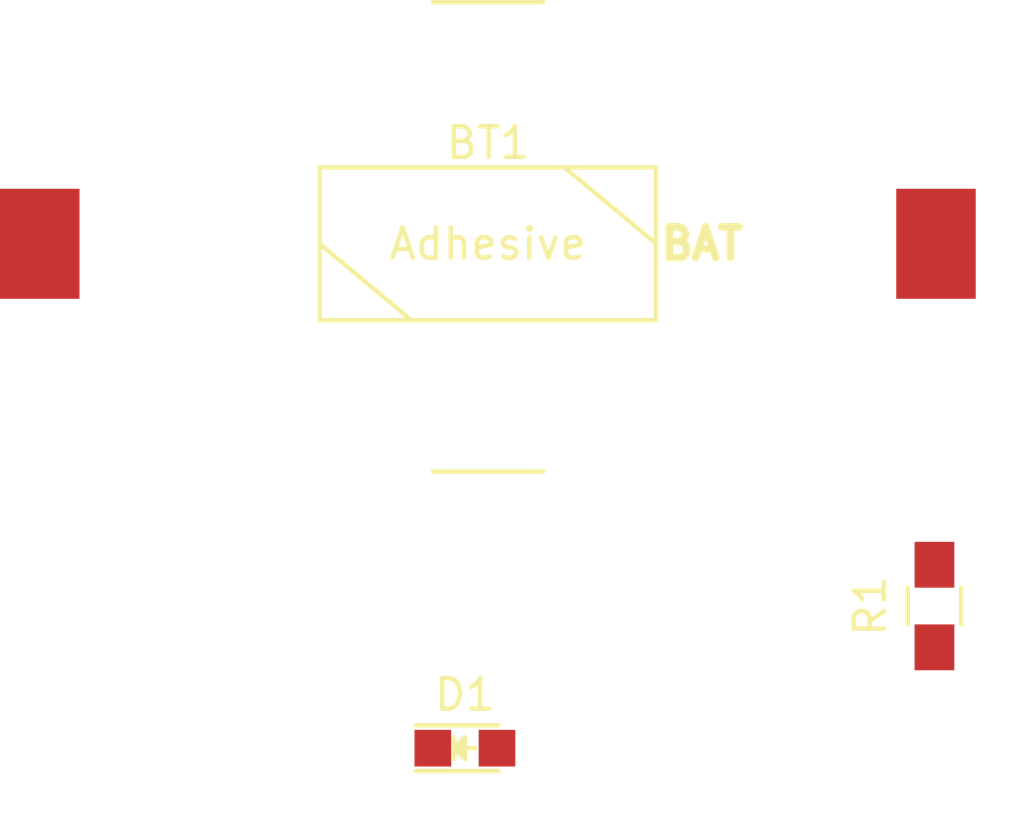
<source format=kicad_pcb>
(kicad_pcb (version 4) (host pcbnew 4.0.0-2.201511301920+6191~38~ubuntu14.04.1-stable)

  (general
    (links 3)
    (no_connects 3)
    (area 0 0 0 0)
    (thickness 1.6)
    (drawings 0)
    (tracks 0)
    (zones 0)
    (modules 3)
    (nets 4)
  )

  (page A4)
  (layers
    (0 F.Cu signal)
    (31 B.Cu signal)
    (32 B.Adhes user)
    (33 F.Adhes user)
    (34 B.Paste user)
    (35 F.Paste user)
    (36 B.SilkS user)
    (37 F.SilkS user)
    (38 B.Mask user)
    (39 F.Mask user)
    (40 Dwgs.User user)
    (41 Cmts.User user)
    (42 Eco1.User user)
    (43 Eco2.User user)
    (44 Edge.Cuts user)
    (45 Margin user)
    (46 B.CrtYd user)
    (47 F.CrtYd user)
    (48 B.Fab user)
    (49 F.Fab user)
  )

  (setup
    (last_trace_width 0.25)
    (trace_clearance 0.2)
    (zone_clearance 0.508)
    (zone_45_only no)
    (trace_min 0.2)
    (segment_width 0.2)
    (edge_width 0.15)
    (via_size 0.6)
    (via_drill 0.4)
    (via_min_size 0.4)
    (via_min_drill 0.3)
    (uvia_size 0.3)
    (uvia_drill 0.1)
    (uvias_allowed no)
    (uvia_min_size 0.2)
    (uvia_min_drill 0.1)
    (pcb_text_width 0.3)
    (pcb_text_size 1.5 1.5)
    (mod_edge_width 0.15)
    (mod_text_size 1 1)
    (mod_text_width 0.15)
    (pad_size 1.524 1.524)
    (pad_drill 0.762)
    (pad_to_mask_clearance 0.2)
    (aux_axis_origin 0 0)
    (visible_elements FFFFFF7F)
    (pcbplotparams
      (layerselection 0x00030_80000001)
      (usegerberextensions false)
      (excludeedgelayer true)
      (linewidth 0.100000)
      (plotframeref false)
      (viasonmask false)
      (mode 1)
      (useauxorigin false)
      (hpglpennumber 1)
      (hpglpenspeed 20)
      (hpglpendiameter 15)
      (hpglpenoverlay 2)
      (psnegative false)
      (psa4output false)
      (plotreference true)
      (plotvalue true)
      (plotinvisibletext false)
      (padsonsilk false)
      (subtractmaskfromsilk false)
      (outputformat 1)
      (mirror false)
      (drillshape 1)
      (scaleselection 1)
      (outputdirectory ""))
  )

  (net 0 "")
  (net 1 "Net-(BT1-Pad1)")
  (net 2 "Net-(BT1-Pad2)")
  (net 3 "Net-(D1-Pad2)")

  (net_class Default "This is the default net class."
    (clearance 0.2)
    (trace_width 0.25)
    (via_dia 0.6)
    (via_drill 0.4)
    (uvia_dia 0.3)
    (uvia_drill 0.1)
    (add_net "Net-(BT1-Pad1)")
    (add_net "Net-(BT1-Pad2)")
    (add_net "Net-(D1-Pad2)")
  )

  (module xxx:CR2032-white-smd (layer F.Cu) (tedit 566FEBDB) (tstamp 57B6861A)
    (at 136.7 91.7)
    (path /57B68364)
    (fp_text reference BT1 (at 0 -3.3) (layer F.SilkS)
      (effects (font (size 1 1) (thickness 0.15)))
    )
    (fp_text value Battery (at 0 3.35) (layer F.Fab)
      (effects (font (size 1 1) (thickness 0.15)))
    )
    (fp_line (start -1.8 7.45) (end 1.8 7.45) (layer F.SilkS) (width 0.15))
    (fp_line (start -1.8 -7.9) (end 1.8 -7.9) (layer F.SilkS) (width 0.15))
    (fp_text user BAT (at 7 0) (layer F.SilkS)
      (effects (font (size 1 1) (thickness 0.25)))
    )
    (fp_line (start -5.5 0) (end -2.5 2.5) (layer F.SilkS) (width 0.15))
    (fp_line (start 2.5 -2.5) (end 5.5 0) (layer F.SilkS) (width 0.15))
    (fp_text user Adhesive (at 0 0) (layer F.SilkS)
      (effects (font (size 1 1) (thickness 0.15)))
    )
    (fp_line (start -5.5 -2.5) (end -5.5 2.5) (layer F.SilkS) (width 0.15))
    (fp_line (start 5.5 -2.5) (end 5.5 2.5) (layer F.SilkS) (width 0.15))
    (fp_line (start -5.5 -2.5) (end 5.5 -2.5) (layer F.SilkS) (width 0.15))
    (fp_line (start -5.5 2.5) (end 5.5 2.5) (layer F.SilkS) (width 0.15))
    (pad 1 smd rect (at 14.65 0) (size 2.6 3.6) (layers F.Cu F.Paste F.Mask)
      (net 1 "Net-(BT1-Pad1)"))
    (pad 2 smd rect (at -14.65 0) (size 2.6 3.6) (layers F.Cu F.Paste F.Mask)
      (net 2 "Net-(BT1-Pad2)"))
  )

  (module LEDs:LED_0805 (layer F.Cu) (tedit 55BDE1C2) (tstamp 57B68635)
    (at 135.94902 108.2)
    (descr "LED 0805 smd package")
    (tags "LED 0805 SMD")
    (path /57B682E3)
    (attr smd)
    (fp_text reference D1 (at 0 -1.75) (layer F.SilkS)
      (effects (font (size 1 1) (thickness 0.15)))
    )
    (fp_text value LED (at 0 1.75) (layer F.Fab)
      (effects (font (size 1 1) (thickness 0.15)))
    )
    (fp_line (start -0.4 -0.3) (end -0.4 0.3) (layer F.Fab) (width 0.15))
    (fp_line (start -0.3 0) (end 0 -0.3) (layer F.Fab) (width 0.15))
    (fp_line (start 0 0.3) (end -0.3 0) (layer F.Fab) (width 0.15))
    (fp_line (start 0 -0.3) (end 0 0.3) (layer F.Fab) (width 0.15))
    (fp_line (start 1 -0.6) (end -1 -0.6) (layer F.Fab) (width 0.15))
    (fp_line (start 1 0.6) (end 1 -0.6) (layer F.Fab) (width 0.15))
    (fp_line (start -1 0.6) (end 1 0.6) (layer F.Fab) (width 0.15))
    (fp_line (start -1 -0.6) (end -1 0.6) (layer F.Fab) (width 0.15))
    (fp_line (start -1.6 0.75) (end 1.1 0.75) (layer F.SilkS) (width 0.15))
    (fp_line (start -1.6 -0.75) (end 1.1 -0.75) (layer F.SilkS) (width 0.15))
    (fp_line (start -0.1 0.15) (end -0.1 -0.1) (layer F.SilkS) (width 0.15))
    (fp_line (start -0.1 -0.1) (end -0.25 0.05) (layer F.SilkS) (width 0.15))
    (fp_line (start -0.35 -0.35) (end -0.35 0.35) (layer F.SilkS) (width 0.15))
    (fp_line (start 0 0) (end 0.35 0) (layer F.SilkS) (width 0.15))
    (fp_line (start -0.35 0) (end 0 -0.35) (layer F.SilkS) (width 0.15))
    (fp_line (start 0 -0.35) (end 0 0.35) (layer F.SilkS) (width 0.15))
    (fp_line (start 0 0.35) (end -0.35 0) (layer F.SilkS) (width 0.15))
    (fp_line (start 1.9 -0.95) (end 1.9 0.95) (layer F.CrtYd) (width 0.05))
    (fp_line (start 1.9 0.95) (end -1.9 0.95) (layer F.CrtYd) (width 0.05))
    (fp_line (start -1.9 0.95) (end -1.9 -0.95) (layer F.CrtYd) (width 0.05))
    (fp_line (start -1.9 -0.95) (end 1.9 -0.95) (layer F.CrtYd) (width 0.05))
    (pad 2 smd rect (at 1.04902 0 180) (size 1.19888 1.19888) (layers F.Cu F.Paste F.Mask)
      (net 3 "Net-(D1-Pad2)"))
    (pad 1 smd rect (at -1.04902 0 180) (size 1.19888 1.19888) (layers F.Cu F.Paste F.Mask)
      (net 2 "Net-(BT1-Pad2)"))
    (model LEDs.3dshapes/LED_0805.wrl
      (at (xyz 0 0 0))
      (scale (xyz 1 1 1))
      (rotate (xyz 0 0 0))
    )
  )

  (module Resistors_SMD:R_0805_HandSoldering (layer F.Cu) (tedit 54189DEE) (tstamp 57B68641)
    (at 151.3 103.55 90)
    (descr "Resistor SMD 0805, hand soldering")
    (tags "resistor 0805")
    (path /57B68437)
    (attr smd)
    (fp_text reference R1 (at 0 -2.1 90) (layer F.SilkS)
      (effects (font (size 1 1) (thickness 0.15)))
    )
    (fp_text value R (at 0 2.1 90) (layer F.Fab)
      (effects (font (size 1 1) (thickness 0.15)))
    )
    (fp_line (start -2.4 -1) (end 2.4 -1) (layer F.CrtYd) (width 0.05))
    (fp_line (start -2.4 1) (end 2.4 1) (layer F.CrtYd) (width 0.05))
    (fp_line (start -2.4 -1) (end -2.4 1) (layer F.CrtYd) (width 0.05))
    (fp_line (start 2.4 -1) (end 2.4 1) (layer F.CrtYd) (width 0.05))
    (fp_line (start 0.6 0.875) (end -0.6 0.875) (layer F.SilkS) (width 0.15))
    (fp_line (start -0.6 -0.875) (end 0.6 -0.875) (layer F.SilkS) (width 0.15))
    (pad 1 smd rect (at -1.35 0 90) (size 1.5 1.3) (layers F.Cu F.Paste F.Mask)
      (net 3 "Net-(D1-Pad2)"))
    (pad 2 smd rect (at 1.35 0 90) (size 1.5 1.3) (layers F.Cu F.Paste F.Mask)
      (net 1 "Net-(BT1-Pad1)"))
    (model Resistors_SMD.3dshapes/R_0805_HandSoldering.wrl
      (at (xyz 0 0 0))
      (scale (xyz 1 1 1))
      (rotate (xyz 0 0 0))
    )
  )

)

</source>
